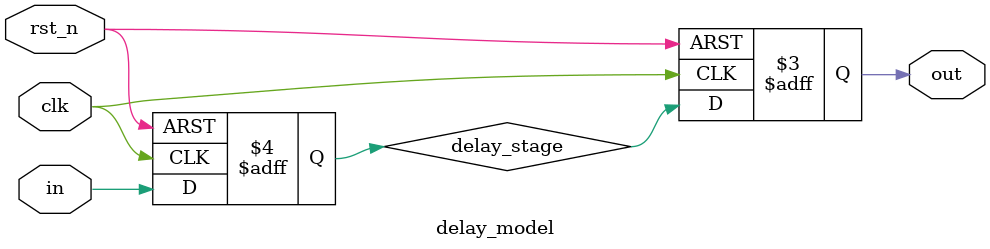
<source format=sv>
module and_gate_3_delay (
    input  wire      clk,      // Clock input
    input  wire      rst_n,    // Active-low reset
    input  wire      a,        // Input A
    input  wire      b,        // Input B
    input  wire      c,        // Input C
    output wire      y         // Output Y
);
    // Pipeline stage signals
    wire stage1_result;
    reg  stage1_result_reg;
    reg  c_delayed;
    wire stage2_result;
    
    // Stage 1: First AND operation with A and B inputs
    and_stage_one first_stage (
        .in1(a),
        .in2(b),
        .out(stage1_result)
    );
    
    // Pipeline registers to improve timing
    always @(posedge clk or negedge rst_n) begin
        if (!rst_n) begin
            stage1_result_reg <= 1'b0;
            c_delayed <= 1'b0;
        end else begin
            stage1_result_reg <= stage1_result;
            c_delayed <= c;
        end
    end
    
    // Stage 2: Final AND operation with proper pipelining
    final_and_stage final_stage (
        .in1(stage1_result_reg),
        .in2(c_delayed),
        .out(stage2_result)
    );
    
    // Output delay modeling through a simple delay module
    delay_model output_delay (
        .clk(clk),
        .rst_n(rst_n),
        .in(stage2_result),
        .out(y)
    );
    
endmodule

// First stage performs AND operation between two inputs
module and_stage_one (
    input  wire in1,
    input  wire in2,
    output wire out
);
    // Direct combinational logic for first stage
    assign out = in1 & in2;
endmodule

// Final stage for the AND operation
module final_and_stage (
    input  wire in1,
    input  wire in2,
    output wire out
);
    // Combinational logic for final stage
    assign out = in1 & in2;
endmodule

// Delay model implementation using synchronous logic
module delay_model (
    input  wire clk,
    input  wire rst_n,
    input  wire in,
    output reg  out
);
    // Intermediate registers for delay modeling
    reg delay_stage;
    
    always @(posedge clk or negedge rst_n) begin
        if (!rst_n) begin
            delay_stage <= 1'b0;
            out <= 1'b0;
        end else begin
            delay_stage <= in;
            out <= delay_stage;
        end
    end
endmodule
</source>
